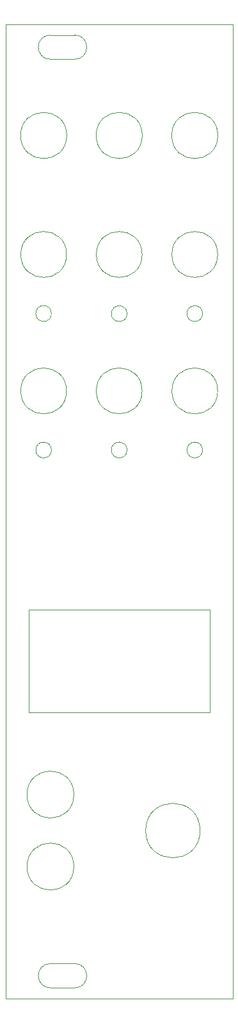
<source format=gbr>
%TF.GenerationSoftware,KiCad,Pcbnew,6.0.11-2627ca5db0~126~ubuntu22.04.1*%
%TF.CreationDate,2023-07-09T22:06:19+03:00*%
%TF.ProjectId,panel,70616e65-6c2e-46b6-9963-61645f706362,rev?*%
%TF.SameCoordinates,Original*%
%TF.FileFunction,Profile,NP*%
%FSLAX46Y46*%
G04 Gerber Fmt 4.6, Leading zero omitted, Abs format (unit mm)*
G04 Created by KiCad (PCBNEW 6.0.11-2627ca5db0~126~ubuntu22.04.1) date 2023-07-09 22:06:19*
%MOMM*%
%LPD*%
G01*
G04 APERTURE LIST*
%TA.AperFunction,Profile*%
%ADD10C,0.050000*%
%TD*%
%TA.AperFunction,Profile*%
%ADD11C,0.100000*%
%TD*%
G04 APERTURE END LIST*
D10*
X69100000Y-158850000D02*
G75*
G03*
X69100000Y-155650000I0J1600000D01*
G01*
X65900000Y-33150000D02*
X69100000Y-33150000D01*
X76040000Y-87900000D02*
G75*
G03*
X76040000Y-87900000I-1040000J0D01*
G01*
D11*
X63000000Y-109000000D02*
X87000000Y-109000000D01*
X87000000Y-109000000D02*
X87000000Y-122500000D01*
X87000000Y-122500000D02*
X63000000Y-122500000D01*
X63000000Y-122500000D02*
X63000000Y-109000000D01*
D10*
X69100000Y-36350000D02*
X65900000Y-36350000D01*
X86040000Y-69900000D02*
G75*
G03*
X86040000Y-69900000I-1040000J0D01*
G01*
X78050000Y-46400000D02*
G75*
G03*
X78050000Y-46400000I-3050000J0D01*
G01*
X68030000Y-80100000D02*
G75*
G03*
X68030000Y-80100000I-3030000J0D01*
G01*
X69000000Y-142850000D02*
G75*
G03*
X69000000Y-142850000I-3100000J0D01*
G01*
X88050000Y-46400000D02*
G75*
G03*
X88050000Y-46400000I-3050000J0D01*
G01*
X86040000Y-87900000D02*
G75*
G03*
X86040000Y-87900000I-1040000J0D01*
G01*
X69100000Y-158850000D02*
X65900000Y-158850000D01*
X85700000Y-138100000D02*
G75*
G03*
X85700000Y-138100000I-3600000J0D01*
G01*
X69100000Y-36350000D02*
G75*
G03*
X69100000Y-33150000I0J1600000D01*
G01*
X78030000Y-62100000D02*
G75*
G03*
X78030000Y-62100000I-3030000J0D01*
G01*
X68050000Y-46400000D02*
G75*
G03*
X68050000Y-46400000I-3050000J0D01*
G01*
X65900000Y-33150000D02*
G75*
G03*
X65900000Y-36350000I0J-1600000D01*
G01*
X78030000Y-80100000D02*
G75*
G03*
X78030000Y-80100000I-3030000J0D01*
G01*
X65900000Y-155650000D02*
G75*
G03*
X65900000Y-158850000I0J-1600000D01*
G01*
X76040000Y-69910000D02*
G75*
G03*
X76040000Y-69910000I-1040000J0D01*
G01*
X66040000Y-87900000D02*
G75*
G03*
X66040000Y-87900000I-1040000J0D01*
G01*
X88030000Y-62100000D02*
G75*
G03*
X88030000Y-62100000I-3030000J0D01*
G01*
X68030000Y-62100000D02*
G75*
G03*
X68030000Y-62100000I-3030000J0D01*
G01*
X66030000Y-69890000D02*
G75*
G03*
X66030000Y-69890000I-1040000J0D01*
G01*
X60000000Y-31750000D02*
X90000000Y-31750000D01*
X90000000Y-31750000D02*
X90000000Y-160250000D01*
X90000000Y-160250000D02*
X60000000Y-160250000D01*
X60000000Y-160250000D02*
X60000000Y-31750000D01*
X69000000Y-133350000D02*
G75*
G03*
X69000000Y-133350000I-3100000J0D01*
G01*
X65900000Y-155650000D02*
X69100000Y-155650000D01*
X88030000Y-80100000D02*
G75*
G03*
X88030000Y-80100000I-3030000J0D01*
G01*
M02*

</source>
